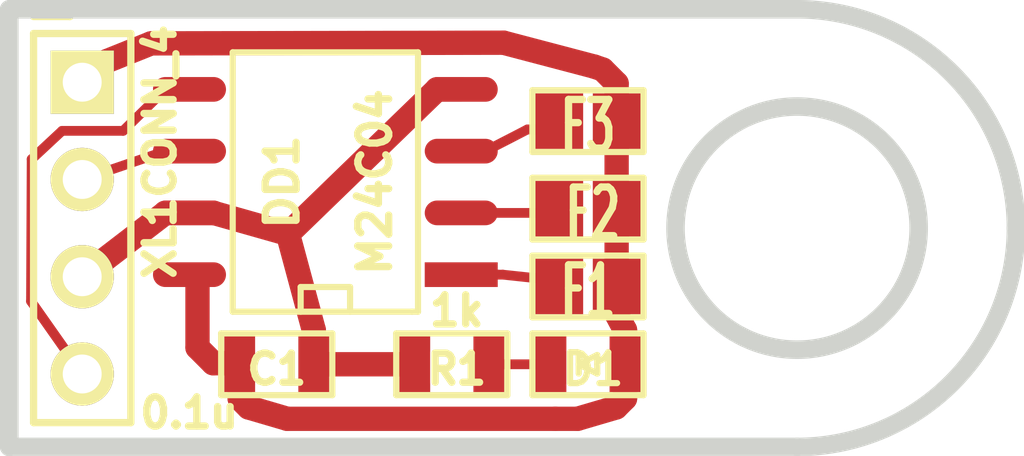
<source format=kicad_pcb>
(kicad_pcb (version 3) (host pcbnew "(2013-03-04 BZR 3984)-stable")

  (general
    (links 16)
    (no_connects 1)
    (area 124.208539 92.608399 139.989561 103.390701)
    (thickness 1.6002)
    (drawings 6)
    (tracks 87)
    (zones 0)
    (modules 8)
    (nets 9)
  )

  (page A4)
  (layers
    (15 Front signal)
    (0 Back signal)
    (16 B.Adhes user)
    (17 F.Adhes user)
    (18 B.Paste user)
    (19 F.Paste user)
    (20 B.SilkS user)
    (21 F.SilkS user)
    (22 B.Mask user)
    (23 F.Mask user)
    (24 Dwgs.User user)
    (25 Cmts.User user)
    (26 Eco1.User user)
    (27 Eco2.User user)
    (28 Edge.Cuts user)
  )

  (setup
    (last_trace_width 0.20066)
    (trace_clearance 0.20066)
    (zone_clearance 0.29972)
    (zone_45_only no)
    (trace_min 0.18034)
    (segment_width 0.381)
    (edge_width 0.381)
    (via_size 0.89916)
    (via_drill 0.39878)
    (via_min_size 0.8001)
    (via_min_drill 0.35052)
    (uvia_size 0.508)
    (uvia_drill 0.127)
    (uvias_allowed no)
    (uvia_min_size 0.508)
    (uvia_min_drill 0.127)
    (pcb_text_width 0.3048)
    (pcb_text_size 1.524 2.032)
    (mod_edge_width 0.15)
    (mod_text_size 1.524 1.524)
    (mod_text_width 0.3048)
    (pad_size 1.3 1.3)
    (pad_drill 0.8)
    (pad_to_mask_clearance 0.254)
    (aux_axis_origin 0 0)
    (visible_elements FFFFFFBF)
    (pcbplotparams
      (layerselection 268468224)
      (usegerberextensions true)
      (excludeedgelayer true)
      (linewidth 60)
      (plotframeref false)
      (viasonmask false)
      (mode 1)
      (useauxorigin false)
      (hpglpennumber 1)
      (hpglpenspeed 20)
      (hpglpendiameter 15)
      (hpglpenoverlay 0)
      (psnegative false)
      (psa4output false)
      (plotreference true)
      (plotvalue true)
      (plotothertext true)
      (plotinvisibletext true)
      (padsonsilk false)
      (subtractmaskfromsilk false)
      (outputformat 1)
      (mirror false)
      (drillshape 0)
      (scaleselection 1)
      (outputdirectory Gerber))
  )

  (net 0 "")
  (net 1 +3.3V)
  (net 2 /1)
  (net 3 /2)
  (net 4 /3)
  (net 5 /I2C_SCL)
  (net 6 /I2C_SDA)
  (net 7 GND)
  (net 8 N-000004)

  (net_class Default "This is the default net class."
    (clearance 0.20066)
    (trace_width 0.20066)
    (via_dia 0.89916)
    (via_drill 0.39878)
    (uvia_dia 0.508)
    (uvia_drill 0.127)
    (add_net "")
    (add_net /1)
    (add_net /2)
    (add_net /3)
    (add_net /I2C_SCL)
    (add_net /I2C_SDA)
    (add_net N-000004)
  )

  (net_class Wide ""
    (clearance 0.2)
    (trace_width 0.5)
    (via_dia 0.89916)
    (via_drill 0.39878)
    (uvia_dia 0.508)
    (uvia_drill 0.127)
    (add_net +3.3V)
    (add_net GND)
  )

  (module SO8E (layer Front) (tedit 4DD9871C) (tstamp 51668323)
    (at 130.8 97.6524 90)
    (descr "module CMS SOJ 8 pins etroit")
    (tags "CMS SOJ")
    (path /504343E1)
    (attr smd)
    (fp_text reference DD1 (at 0 -0.889 90) (layer F.SilkS)
      (effects (font (size 0.635 0.635) (thickness 0.14986)))
    )
    (fp_text value M24C04 (at 0 1.016 90) (layer F.SilkS)
      (effects (font (size 0.635 0.635) (thickness 0.14986)))
    )
    (fp_line (start -2.667 1.778) (end -2.667 1.905) (layer F.SilkS) (width 0.127))
    (fp_line (start -2.667 1.905) (end 2.667 1.905) (layer F.SilkS) (width 0.127))
    (fp_line (start 2.667 -1.905) (end -2.667 -1.905) (layer F.SilkS) (width 0.127))
    (fp_line (start -2.667 -1.905) (end -2.667 1.778) (layer F.SilkS) (width 0.127))
    (fp_line (start -2.667 -0.508) (end -2.159 -0.508) (layer F.SilkS) (width 0.127))
    (fp_line (start -2.159 -0.508) (end -2.159 0.508) (layer F.SilkS) (width 0.127))
    (fp_line (start -2.159 0.508) (end -2.667 0.508) (layer F.SilkS) (width 0.127))
    (fp_line (start 2.667 -1.905) (end 2.667 1.905) (layer F.SilkS) (width 0.127))
    (pad 8 smd oval (at -1.905 -2.794 90) (size 0.508 1.50114)
      (layers Front F.Paste F.Mask)
      (net 1 +3.3V)
    )
    (pad 1 smd rect (at -1.905 2.794 90) (size 0.508 1.50114)
      (layers Front F.Paste F.Mask)
      (net 2 /1)
    )
    (pad 7 smd oval (at -0.635 -2.794 90) (size 0.508 1.50114)
      (layers Front F.Paste F.Mask)
      (net 7 GND)
    )
    (pad 6 smd oval (at 0.635 -2.794 90) (size 0.508 1.50114)
      (layers Front F.Paste F.Mask)
      (net 5 /I2C_SCL)
    )
    (pad 5 smd oval (at 1.905 -2.794 90) (size 0.508 1.50114)
      (layers Front F.Paste F.Mask)
      (net 6 /I2C_SDA)
    )
    (pad 2 smd oval (at -0.635 2.794 90) (size 0.508 1.50114)
      (layers Front F.Paste F.Mask)
      (net 3 /2)
    )
    (pad 3 smd oval (at 0.635 2.794 90) (size 0.508 1.50114)
      (layers Front F.Paste F.Mask)
      (net 4 /3)
    )
    (pad 4 smd oval (at 1.905 2.794 90) (size 0.508 1.50114)
      (layers Front F.Paste F.Mask)
      (net 7 GND)
    )
    (model smd/cms_so8.wrl
      (at (xyz 0 0 0))
      (scale (xyz 0.5 0.32 0.5))
      (rotate (xyz 0 0 0))
    )
  )

  (module SMD0603_FUSE (layer Front) (tedit 516684B8) (tstamp 505714FC)
    (at 136.2 99.8)
    (path /505712FC)
    (attr smd)
    (fp_text reference F1 (at 0 0.1) (layer F.SilkS)
      (effects (font (size 1.00076 0.59944) (thickness 0.14986)))
    )
    (fp_text value FUSE0R (at 0 0) (layer F.SilkS) hide
      (effects (font (size 0.7112 0.4572) (thickness 0.1143)))
    )
    (fp_line (start -1.143 -0.635) (end 1.143 -0.635) (layer F.SilkS) (width 0.127))
    (fp_line (start 1.143 -0.635) (end 1.143 0.635) (layer F.SilkS) (width 0.127))
    (fp_line (start 1.143 0.635) (end -1.143 0.635) (layer F.SilkS) (width 0.127))
    (fp_line (start -1.143 0.635) (end -1.143 -0.635) (layer F.SilkS) (width 0.127))
    (pad 1 smd rect (at -0.58928 0) (size 0.98044 1.143)
      (layers Front F.Paste F.Mask)
      (net 2 /1)
    )
    (pad 2 smd rect (at 0.58928 0) (size 0.98044 1.143)
      (layers Front F.Paste F.Mask)
      (net 1 +3.3V)
    )
    (model wings\smd\capacitors\C0603.wrl
      (at (xyz 0 0 0))
      (scale (xyz 1 1 1))
      (rotate (xyz 0 0 0))
    )
  )

  (module SMD0603_FUSE (layer Front) (tedit 516684B9) (tstamp 505714FE)
    (at 136.2 98.2)
    (path /5057130E)
    (attr smd)
    (fp_text reference F2 (at 0.1 0.1) (layer F.SilkS)
      (effects (font (size 1.00076 0.59944) (thickness 0.14986)))
    )
    (fp_text value FUSE0R (at 0 0) (layer F.SilkS) hide
      (effects (font (size 0.7112 0.4572) (thickness 0.1143)))
    )
    (fp_line (start -1.143 -0.635) (end 1.143 -0.635) (layer F.SilkS) (width 0.127))
    (fp_line (start 1.143 -0.635) (end 1.143 0.635) (layer F.SilkS) (width 0.127))
    (fp_line (start 1.143 0.635) (end -1.143 0.635) (layer F.SilkS) (width 0.127))
    (fp_line (start -1.143 0.635) (end -1.143 -0.635) (layer F.SilkS) (width 0.127))
    (pad 1 smd rect (at -0.58928 0) (size 0.98044 1.143)
      (layers Front F.Paste F.Mask)
      (net 3 /2)
    )
    (pad 2 smd rect (at 0.58928 0) (size 0.98044 1.143)
      (layers Front F.Paste F.Mask)
      (net 1 +3.3V)
    )
    (model wings\smd\capacitors\C0603.wrl
      (at (xyz 0 0 0))
      (scale (xyz 1 1 1))
      (rotate (xyz 0 0 0))
    )
  )

  (module SMD0603_FUSE (layer Front) (tedit 516684BC) (tstamp 50571500)
    (at 136.2 96.4)
    (path /50571311)
    (attr smd)
    (fp_text reference F3 (at 0 0.1) (layer F.SilkS)
      (effects (font (size 1.00076 0.59944) (thickness 0.14986)))
    )
    (fp_text value FUSE0R (at 0 0) (layer F.SilkS) hide
      (effects (font (size 0.7112 0.4572) (thickness 0.1143)))
    )
    (fp_line (start -1.143 -0.635) (end 1.143 -0.635) (layer F.SilkS) (width 0.127))
    (fp_line (start 1.143 -0.635) (end 1.143 0.635) (layer F.SilkS) (width 0.127))
    (fp_line (start 1.143 0.635) (end -1.143 0.635) (layer F.SilkS) (width 0.127))
    (fp_line (start -1.143 0.635) (end -1.143 -0.635) (layer F.SilkS) (width 0.127))
    (pad 1 smd rect (at -0.58928 0) (size 0.98044 1.143)
      (layers Front F.Paste F.Mask)
      (net 4 /3)
    )
    (pad 2 smd rect (at 0.58928 0) (size 0.98044 1.143)
      (layers Front F.Paste F.Mask)
      (net 1 +3.3V)
    )
    (model wings\smd\capacitors\C0603.wrl
      (at (xyz 0 0 0))
      (scale (xyz 1 1 1))
      (rotate (xyz 0 0 0))
    )
  )

  (module CAP_0603 (layer Front) (tedit 516684A8) (tstamp 5166830E)
    (at 129.8 101.4)
    (path /504343DE)
    (attr smd)
    (fp_text reference C1 (at 0 0.1) (layer F.SilkS)
      (effects (font (size 0.59944 0.59944) (thickness 0.14986)))
    )
    (fp_text value 0.1u (at -1.8 1) (layer F.SilkS)
      (effects (font (size 0.59944 0.59944) (thickness 0.14986)))
    )
    (fp_line (start -1.143 -0.635) (end 1.143 -0.635) (layer F.SilkS) (width 0.127))
    (fp_line (start 1.143 -0.635) (end 1.143 0.635) (layer F.SilkS) (width 0.127))
    (fp_line (start 1.143 0.635) (end -1.143 0.635) (layer F.SilkS) (width 0.127))
    (fp_line (start -1.143 0.635) (end -1.143 -0.635) (layer F.SilkS) (width 0.127))
    (pad 1 smd rect (at -0.762 0) (size 0.635 1.143)
      (layers Front F.Paste F.Mask)
      (net 1 +3.3V)
    )
    (pad 2 smd rect (at 0.762 0) (size 0.635 1.143)
      (layers Front F.Paste F.Mask)
      (net 7 GND)
    )
    (model 3d\c_0603.wrl
      (at (xyz 0 0 0))
      (scale (xyz 1 1 1))
      (rotate (xyz 0 0 0))
    )
  )

  (module CONN_2MM_1X4 (layer Front) (tedit 516684A0) (tstamp 50571504)
    (at 125.8 98.6 270)
    (tags CONN)
    (path /51665C75)
    (fp_text reference XL1 (at 0.2 -1.6 270) (layer F.SilkS)
      (effects (font (size 0.6 0.6) (thickness 0.15)))
    )
    (fp_text value CONN_4 (at -2.4 -1.6 270) (layer F.SilkS)
      (effects (font (size 0.6 0.6) (thickness 0.15)))
    )
    (fp_line (start -4 -1) (end 4 -1) (layer F.SilkS) (width 0.15))
    (fp_line (start 4 -1) (end 4 1) (layer F.SilkS) (width 0.15))
    (fp_line (start 4 1) (end -4 1) (layer F.SilkS) (width 0.15))
    (fp_line (start -4.00126 -1.00076) (end -4.00126 1.00076) (layer F.SilkS) (width 0.15))
    (fp_line (start -4.5991 0.50292) (end -4.35018 0.25146) (layer F.SilkS) (width 0.15))
    (fp_line (start -4.35018 0.25146) (end -4.35018 1.00076) (layer F.SilkS) (width 0.15))
    (pad 1 thru_hole rect (at -3 0 270) (size 1.3 1.3) (drill 0.8)
      (layers *.Cu *.Mask F.SilkS)
      (net 1 +3.3V)
    )
    (pad 2 thru_hole circle (at -1 0 270) (size 1.3 1.3) (drill 0.8)
      (layers *.Cu *.Mask F.SilkS)
      (net 5 /I2C_SCL)
    )
    (pad 3 thru_hole circle (at 1 0 270) (size 1.3 1.3) (drill 0.8)
      (layers *.Cu *.Mask F.SilkS)
      (net 7 GND)
    )
    (pad 4 thru_hole circle (at 3 0 270) (size 1.3 1.3) (drill 0.8)
      (layers *.Cu *.Mask F.SilkS)
      (net 6 /I2C_SDA)
    )
    (model pin_array/pins_array_4x2.wrl
      (at (xyz 0 0 0))
      (scale (xyz 1 1 1))
      (rotate (xyz 0 0 0))
    )
  )

  (module RES_0603 (layer Front) (tedit 516684B0) (tstamp 51667035)
    (at 133.4 101.4 180)
    (path /51666FF4)
    (attr smd)
    (fp_text reference R1 (at -0.1 -0.1 180) (layer F.SilkS)
      (effects (font (size 0.59944 0.59944) (thickness 0.14986)))
    )
    (fp_text value 1k (at -0.1 1.1 180) (layer F.SilkS)
      (effects (font (size 0.59944 0.59944) (thickness 0.14986)))
    )
    (fp_line (start -1.143 -0.635) (end 1.143 -0.635) (layer F.SilkS) (width 0.127))
    (fp_line (start 1.143 -0.635) (end 1.143 0.635) (layer F.SilkS) (width 0.127))
    (fp_line (start 1.143 0.635) (end -1.143 0.635) (layer F.SilkS) (width 0.127))
    (fp_line (start -1.143 0.635) (end -1.143 -0.635) (layer F.SilkS) (width 0.127))
    (pad 1 smd rect (at -0.762 0 180) (size 0.635 1.143)
      (layers Front F.Paste F.Mask)
      (net 8 N-000004)
    )
    (pad 2 smd rect (at 0.762 0 180) (size 0.635 1.143)
      (layers Front F.Paste F.Mask)
      (net 7 GND)
    )
    (model 3d\r_0603.wrl
      (at (xyz 0 0 0))
      (scale (xyz 1 1 1))
      (rotate (xyz 0 0 0))
    )
  )

  (module LED0603 (layer Front) (tedit 516684B3) (tstamp 51667044)
    (at 136.2 101.4 180)
    (path /51666FE5)
    (attr smd)
    (fp_text reference D1 (at -0.1 -0.1 180) (layer F.SilkS)
      (effects (font (size 0.635 0.635) (thickness 0.127)))
    )
    (fp_text value LED (at 0 0 180) (layer F.SilkS) hide
      (effects (font (size 0.635 0.635) (thickness 0.127)))
    )
    (fp_line (start 0.1905 -0.1905) (end 0.1905 0.1905) (layer F.SilkS) (width 0.127))
    (fp_line (start -0.1905 0) (end -0.1905 -0.1905) (layer F.SilkS) (width 0.127))
    (fp_line (start -0.1905 -0.1905) (end 0.1905 0) (layer F.SilkS) (width 0.127))
    (fp_line (start 0.1905 0) (end -0.1905 0.1905) (layer F.SilkS) (width 0.127))
    (fp_line (start -0.1905 0.1905) (end -0.1905 0) (layer F.SilkS) (width 0.127))
    (fp_line (start -1.143 -0.635) (end 1.143 -0.635) (layer F.SilkS) (width 0.127))
    (fp_line (start 1.143 -0.635) (end 1.143 0.635) (layer F.SilkS) (width 0.127))
    (fp_line (start 1.143 0.635) (end -1.143 0.635) (layer F.SilkS) (width 0.127))
    (fp_line (start -1.143 0.635) (end -1.143 -0.635) (layer F.SilkS) (width 0.127))
    (pad A smd rect (at -0.762 0 180) (size 0.635 1.143)
      (layers Front F.Paste F.Mask)
      (net 1 +3.3V)
    )
    (pad C smd rect (at 0.762 0 180) (size 0.635 1.143)
      (layers Front F.Paste F.Mask)
      (net 8 N-000004)
    )
    (model smd/chip_cms.wrl
      (at (xyz 0 0 0))
      (scale (xyz 0.1 0.1 0.1))
      (rotate (xyz 0 0 0))
    )
  )

  (gr_arc (start 140.5 98.6) (end 140.5 94.1) (angle 90) (layer Edge.Cuts) (width 0.381))
  (gr_arc (start 140.5 98.6) (end 145 98.6) (angle 90) (layer Edge.Cuts) (width 0.381))
  (gr_circle (center 140.5 98.6) (end 143 98.6) (layer Edge.Cuts) (width 0.381))
  (gr_line (start 124.3 94.1) (end 140.5 94.1) (angle 90) (layer Edge.Cuts) (width 0.381))
  (gr_line (start 140.5 103.1) (end 124.3 103.1) (angle 90) (layer Edge.Cuts) (width 0.381))
  (gr_line (start 124.3 103.1) (end 124.3 94.1) (angle 90) (layer Edge.Cuts) (width 0.381))

  (segment (start 136.962 101.0785) (end 136.962 101.4) (width 0.5) (layer Front) (net 1))
  (segment (start 136.962 100.8285) (end 136.962 101.0785) (width 0.5) (layer Front) (net 1))
  (segment (start 136.962 100.697) (end 136.962 100.8285) (width 0.5) (layer Front) (net 1))
  (segment (start 136.7893 100.3715) (end 136.962 100.697) (width 0.5) (layer Front) (net 1))
  (segment (start 136.7893 100.1215) (end 136.7893 100.3715) (width 0.5) (layer Front) (net 1))
  (segment (start 136.7893 99.8) (end 136.7893 100.1215) (width 0.5) (layer Front) (net 1))
  (segment (start 136.7893 99.4785) (end 136.7893 99.8) (width 0.5) (layer Front) (net 1))
  (segment (start 136.7893 99.2285) (end 136.7893 99.4785) (width 0.5) (layer Front) (net 1))
  (segment (start 136.7893 98.7715) (end 136.7893 99.2285) (width 0.5) (layer Front) (net 1))
  (segment (start 136.7893 98.5215) (end 136.7893 98.7715) (width 0.5) (layer Front) (net 1))
  (segment (start 136.7893 98.2) (end 136.7893 98.5215) (width 0.5) (layer Front) (net 1))
  (segment (start 136.7893 97.8785) (end 136.7893 98.2) (width 0.5) (layer Front) (net 1))
  (segment (start 136.7893 97.6285) (end 136.7893 97.8785) (width 0.5) (layer Front) (net 1))
  (segment (start 136.7893 96.9715) (end 136.7893 97.6285) (width 0.5) (layer Front) (net 1))
  (segment (start 136.7893 96.7215) (end 136.7893 96.9715) (width 0.5) (layer Front) (net 1))
  (segment (start 136.7893 96.4) (end 136.7893 96.7215) (width 0.5) (layer Front) (net 1))
  (segment (start 128.1705 99.5574) (end 128.006 99.5574) (width 0.5) (layer Front) (net 1))
  (segment (start 128.1705 101.0563) (end 128.1705 99.5574) (width 0.5) (layer Front) (net 1))
  (segment (start 128.4927 101.3785) (end 128.1705 101.0563) (width 0.5) (layer Front) (net 1))
  (segment (start 128.7205 101.3785) (end 128.4927 101.3785) (width 0.5) (layer Front) (net 1))
  (segment (start 128.9705 101.3785) (end 128.7205 101.3785) (width 0.5) (layer Front) (net 1))
  (segment (start 129.038 101.4) (end 128.9705 101.3785) (width 0.5) (layer Front) (net 1))
  (segment (start 136.7893 96.0785) (end 136.7893 96.4) (width 0.5) (layer Front) (net 1))
  (segment (start 136.7893 95.8285) (end 136.7893 96.0785) (width 0.5) (layer Front) (net 1))
  (segment (start 136.7893 95.6255) (end 136.7893 95.8285) (width 0.5) (layer Front) (net 1))
  (segment (start 136.5021 95.3383) (end 136.7893 95.6255) (width 0.5) (layer Front) (net 1))
  (segment (start 136.3287 95.2785) (end 136.5021 95.3383) (width 0.5) (layer Front) (net 1))
  (segment (start 134.4655 94.7879) (end 136.3287 95.2785) (width 0.5) (layer Front) (net 1))
  (segment (start 127.2157 94.8014) (end 134.4655 94.7879) (width 0.5) (layer Front) (net 1))
  (segment (start 126.2216 95.2004) (end 127.2157 94.8014) (width 0.5) (layer Front) (net 1))
  (segment (start 125.8699 95.3425) (end 126.2216 95.2004) (width 0.5) (layer Front) (net 1))
  (segment (start 125.8 95.6) (end 125.8699 95.3425) (width 0.5) (layer Front) (net 1))
  (segment (start 129.038 101.7215) (end 129.038 101.4) (width 0.5) (layer Front) (net 1))
  (segment (start 129.038 101.9715) (end 129.038 101.7215) (width 0.5) (layer Front) (net 1))
  (segment (start 129.038 102.103) (end 129.038 101.9715) (width 0.5) (layer Front) (net 1))
  (segment (start 129.224 102.289) (end 129.038 102.103) (width 0.5) (layer Front) (net 1))
  (segment (start 130.0167 102.5215) (end 129.224 102.289) (width 0.5) (layer Front) (net 1))
  (segment (start 135.5277 102.5215) (end 130.0167 102.5215) (width 0.5) (layer Front) (net 1))
  (segment (start 135.9833 102.5215) (end 135.5277 102.5215) (width 0.5) (layer Front) (net 1))
  (segment (start 136.776 102.289) (end 135.9833 102.5215) (width 0.5) (layer Front) (net 1))
  (segment (start 136.962 102.103) (end 136.776 102.289) (width 0.5) (layer Front) (net 1))
  (segment (start 136.962 101.9715) (end 136.962 102.103) (width 0.5) (layer Front) (net 1))
  (segment (start 136.962 101.7215) (end 136.962 101.9715) (width 0.5) (layer Front) (net 1))
  (segment (start 136.962 101.4) (end 136.962 101.7215) (width 0.5) (layer Front) (net 1))
  (segment (start 135.2209 99.6289) (end 135.6107 99.8) (width 0.2007) (layer Front) (net 2))
  (segment (start 135.1205 99.6289) (end 135.2209 99.6289) (width 0.2007) (layer Front) (net 2))
  (segment (start 134.4498 99.5574) (end 135.1205 99.6289) (width 0.2007) (layer Front) (net 2))
  (segment (start 134.3446 99.5574) (end 134.4498 99.5574) (width 0.2007) (layer Front) (net 2))
  (segment (start 134.2442 99.5574) (end 134.3446 99.5574) (width 0.2007) (layer Front) (net 2))
  (segment (start 133.594 99.5574) (end 134.2442 99.5574) (width 0.2007) (layer Front) (net 2))
  (segment (start 135.2209 98.2874) (end 135.6107 98.2) (width 0.2007) (layer Front) (net 3))
  (segment (start 135.1205 98.2874) (end 135.2209 98.2874) (width 0.2007) (layer Front) (net 3))
  (segment (start 134.0906 98.2874) (end 135.1205 98.2874) (width 0.2007) (layer Front) (net 3))
  (segment (start 133.594 98.2874) (end 134.0906 98.2874) (width 0.2007) (layer Front) (net 3))
  (segment (start 135.2209 96.5711) (end 135.6107 96.4) (width 0.2007) (layer Front) (net 4))
  (segment (start 135.1205 96.5711) (end 135.2209 96.5711) (width 0.2007) (layer Front) (net 4))
  (segment (start 134.9546 96.5711) (end 135.1205 96.5711) (width 0.2007) (layer Front) (net 4))
  (segment (start 134.0906 97.0174) (end 134.9546 96.5711) (width 0.2007) (layer Front) (net 4))
  (segment (start 133.594 97.0174) (end 134.0906 97.0174) (width 0.2007) (layer Front) (net 4))
  (segment (start 127.5094 97.0174) (end 128.006 97.0174) (width 0.2007) (layer Front) (net 5))
  (segment (start 125.8 97.6) (end 127.5094 97.0174) (width 0.2007) (layer Front) (net 5))
  (segment (start 124.7473 100.1035) (end 125.8 101.6) (width 0.2007) (layer Front) (net 6))
  (segment (start 124.7608 97.182) (end 124.7473 100.1035) (width 0.2007) (layer Front) (net 6))
  (segment (start 125.3858 96.6) (end 124.7608 97.182) (width 0.2007) (layer Front) (net 6))
  (segment (start 126.6409 96.6004) (end 125.3858 96.6) (width 0.2007) (layer Front) (net 6))
  (segment (start 127.5094 95.7474) (end 126.6409 96.6004) (width 0.2007) (layer Front) (net 6))
  (segment (start 128.006 95.7474) (end 127.5094 95.7474) (width 0.2007) (layer Front) (net 6))
  (segment (start 128.5026 98.2874) (end 130.03 98.72) (width 0.5) (layer Front) (net 7))
  (segment (start 128.006 98.2874) (end 128.5026 98.2874) (width 0.5) (layer Front) (net 7))
  (segment (start 133.0974 95.7474) (end 130.03 98.72) (width 0.5) (layer Front) (net 7))
  (segment (start 133.594 95.7474) (end 133.0974 95.7474) (width 0.5) (layer Front) (net 7))
  (segment (start 132.5705 101.4) (end 132.638 101.4) (width 0.5) (layer Front) (net 7))
  (segment (start 132.3205 101.4) (end 132.5705 101.4) (width 0.5) (layer Front) (net 7))
  (segment (start 130.8795 101.4) (end 132.3205 101.4) (width 0.5) (layer Front) (net 7))
  (segment (start 130.6295 101.4) (end 130.8795 101.4) (width 0.5) (layer Front) (net 7))
  (segment (start 130.562 101.4) (end 130.6295 101.4) (width 0.5) (layer Front) (net 7))
  (segment (start 127.5094 98.2874) (end 128.006 98.2874) (width 0.5) (layer Front) (net 7))
  (segment (start 125.8 99.6) (end 127.5094 98.2874) (width 0.5) (layer Front) (net 7))
  (segment (start 130.562 101.0785) (end 130.562 101.4) (width 0.5) (layer Front) (net 7))
  (segment (start 130.562 100.8285) (end 130.562 101.0785) (width 0.5) (layer Front) (net 7))
  (segment (start 130.562 100.697) (end 130.562 100.8285) (width 0.5) (layer Front) (net 7))
  (segment (start 130.03 98.72) (end 130.562 100.697) (width 0.5) (layer Front) (net 7))
  (segment (start 134.3791 101.4) (end 134.162 101.4) (width 0.2007) (layer Front) (net 8))
  (segment (start 134.4795 101.4) (end 134.3791 101.4) (width 0.2007) (layer Front) (net 8))
  (segment (start 135.1205 101.4) (end 134.4795 101.4) (width 0.2007) (layer Front) (net 8))
  (segment (start 135.2209 101.4) (end 135.1205 101.4) (width 0.2007) (layer Front) (net 8))
  (segment (start 135.438 101.4) (end 135.2209 101.4) (width 0.2007) (layer Front) (net 8))

)

</source>
